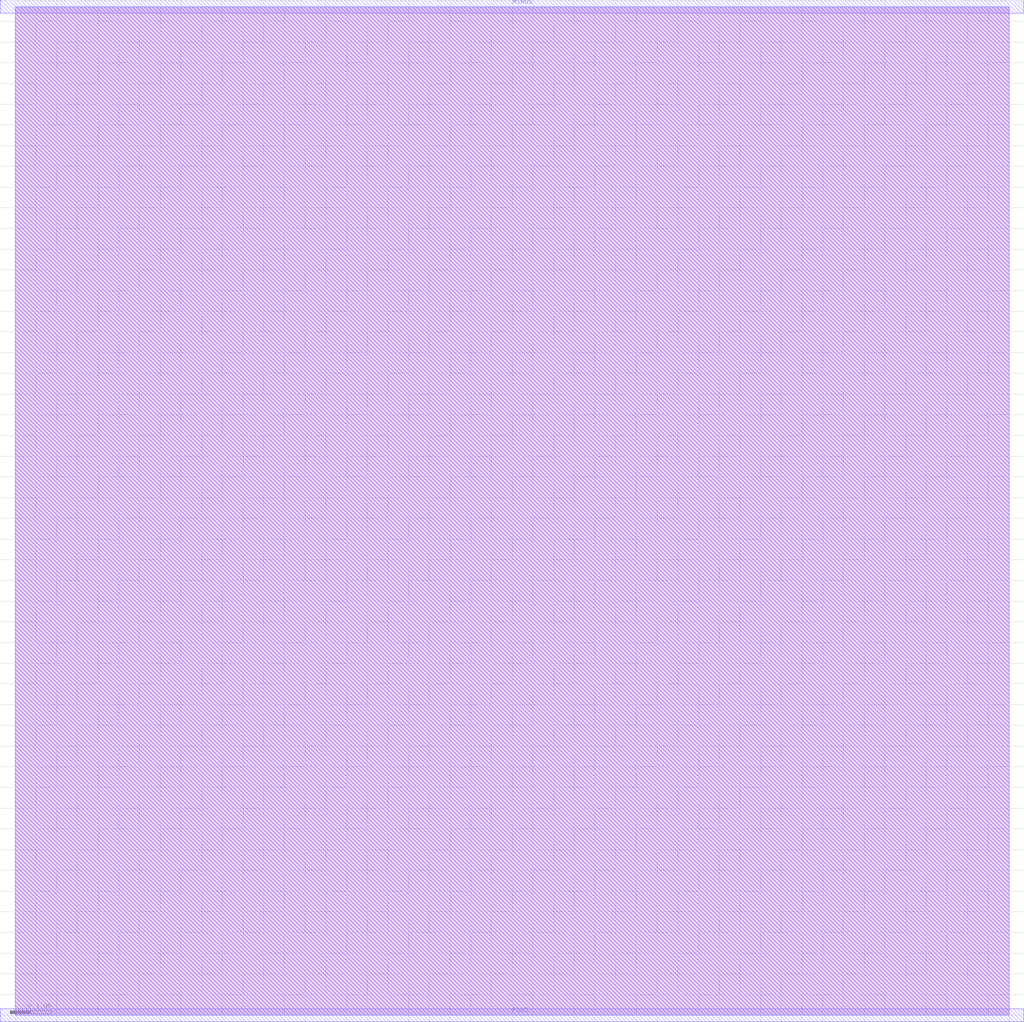
<source format=lef>
MACRO Cap_12f
  ORIGIN 0 0 ;
  FOREIGN Cap_12f 0 0 ;
  SIZE 2.4000 BY 2.4360 ;
  PIN PLUS
    DIRECTION INOUT ;
    USE SIGNAL ;
    PORT
      LAYER M2 ;
        RECT -0.0360 -0.0160 2.4360 0.0160 ;
    END
  END PLUS
  PIN MINUS
    DIRECTION INOUT ;
    USE SIGNAL ;
    PORT
      LAYER M2 ;
        RECT -0.0360 2.4200 2.4360 2.4520 ;
    END
  END MINUS
  OBS
    LAYER M1 ;
      RECT 0.0000 0.0000 2.4000 2.4360 ;
    LAYER M2 ;
      RECT 0.0000 0.0000 2.4000 2.4360 ;
    LAYER M3 ;
      RECT 0.0000 0.0000 2.4000 2.4360 ;
  END
END Cap_12f
MACRO Res_r20000
  ORIGIN 0 0 ;
  FOREIGN Res_r20000 0 0 ;
  SIZE 1.0400 BY 1.7640 ;
  PIN PLUS
    DIRECTION INOUT ;
    USE SIGNAL ;
    PORT
      LAYER M2 ;
        RECT 0.0280 0.0680 0.3560 0.1000 ;
    END
  END PLUS
  PIN MINUS
    DIRECTION INOUT ;
    USE SIGNAL ;
    PORT
      LAYER M2 ;
        RECT 0.6040 0.0680 0.9320 0.1000 ;
    END
  END MINUS
  OBS
    LAYER M1 ;
      RECT 0.3040 0.0480 0.3360 1.7160 ;
    LAYER M1 ;
      RECT 0.3040 1.6640 0.4000 1.6960 ;
    LAYER M1 ;
      RECT 0.3680 0.0480 0.4000 1.7160 ;
    LAYER M1 ;
      RECT 0.3680 0.0680 0.4640 0.1000 ;
    LAYER M1 ;
      RECT 0.4320 0.0480 0.4640 1.7160 ;
    LAYER M1 ;
      RECT 0.4320 1.6640 0.5280 1.6960 ;
    LAYER M1 ;
      RECT 0.4960 0.0480 0.5280 1.7160 ;
    LAYER M1 ;
      RECT 0.4960 0.0680 0.5920 0.1000 ;
    LAYER M1 ;
      RECT 0.5600 0.0480 0.5920 1.7160 ;
    LAYER M1 ;
      RECT 0.5600 1.6640 0.6560 1.6960 ;
    LAYER M1 ;
      RECT 0.6240 0.0480 0.6560 1.7160 ;
    LAYER V1 ;
      RECT 0.3040 0.0680 0.3360 0.1000 ;
    LAYER V1 ;
      RECT 0.6240 0.0680 0.6560 0.1000 ;
  END
END Res_r20000
MACRO Switch_NMOS_nfin48_n12_X2_Y2_ST2
  ORIGIN 0 0 ;
  FOREIGN Switch_NMOS_nfin48_n12_X2_Y2_ST2 0 0 ;
  SIZE 1.1200 BY 3.0240 ;
  PIN S
    DIRECTION INOUT ;
    USE SIGNAL ;
    PORT
      LAYER M3 ;
        RECT 0.3000 0.0480 0.3400 2.7240 ;
    END
  END S
  PIN D
    DIRECTION INOUT ;
    USE SIGNAL ;
    PORT
      LAYER M3 ;
        RECT 0.3800 0.1320 0.4200 1.3800 ;
    END
  END D
  PIN G
    DIRECTION INOUT ;
    USE SIGNAL ;
    PORT
      LAYER M3 ;
        RECT 0.4600 0.8880 0.5000 2.1360 ;
    END
  END G
  OBS
    LAYER M1 ;
      RECT 0.3840 0.0480 0.4160 0.7920 ;
    LAYER M1 ;
      RECT 0.3840 0.8880 0.4160 1.1280 ;
    LAYER M1 ;
      RECT 0.3840 1.2240 0.4160 1.9680 ;
    LAYER M1 ;
      RECT 0.3840 2.0640 0.4160 2.3040 ;
    LAYER M1 ;
      RECT 0.3840 2.5680 0.4160 2.8080 ;
    LAYER M1 ;
      RECT 0.2240 0.0480 0.2560 0.7920 ;
    LAYER M1 ;
      RECT 0.2240 1.2240 0.2560 1.9680 ;
    LAYER M1 ;
      RECT 0.5440 0.0480 0.5760 0.7920 ;
    LAYER M1 ;
      RECT 0.5440 1.2240 0.5760 1.9680 ;
    LAYER M1 ;
      RECT 0.7040 0.0480 0.7360 0.7920 ;
    LAYER M1 ;
      RECT 0.7040 0.8880 0.7360 1.1280 ;
    LAYER M1 ;
      RECT 0.7040 1.2240 0.7360 1.9680 ;
    LAYER M1 ;
      RECT 0.7040 2.0640 0.7360 2.3040 ;
    LAYER M1 ;
      RECT 0.7040 2.5680 0.7360 2.8080 ;
    LAYER M1 ;
      RECT 0.8640 0.0480 0.8960 0.7920 ;
    LAYER M1 ;
      RECT 0.8640 1.2240 0.8960 1.9680 ;
    LAYER M2 ;
      RECT 0.2040 0.0680 0.9160 0.1000 ;
    LAYER M2 ;
      RECT 0.3640 0.1520 0.7560 0.1840 ;
    LAYER M2 ;
      RECT 0.3640 0.9080 0.7560 0.9400 ;
    LAYER M2 ;
      RECT 0.2040 1.2440 0.9160 1.2760 ;
    LAYER M2 ;
      RECT 0.2840 2.6720 0.7560 2.7040 ;
    LAYER M2 ;
      RECT 0.3640 1.3280 0.7560 1.3600 ;
    LAYER M2 ;
      RECT 0.3640 2.0840 0.7560 2.1160 ;
    LAYER V1 ;
      RECT 0.2240 0.0680 0.2560 0.1000 ;
    LAYER V1 ;
      RECT 0.2240 1.2440 0.2560 1.2760 ;
    LAYER V1 ;
      RECT 0.8640 0.0680 0.8960 0.1000 ;
    LAYER V1 ;
      RECT 0.8640 1.2440 0.8960 1.2760 ;
    LAYER V1 ;
      RECT 0.5440 0.0680 0.5760 0.1000 ;
    LAYER V1 ;
      RECT 0.5440 1.2440 0.5760 1.2760 ;
    LAYER V1 ;
      RECT 0.7040 0.1520 0.7360 0.1840 ;
    LAYER V1 ;
      RECT 0.7040 0.9080 0.7360 0.9400 ;
    LAYER V1 ;
      RECT 0.7040 1.3280 0.7360 1.3600 ;
    LAYER V1 ;
      RECT 0.7040 2.0840 0.7360 2.1160 ;
    LAYER V1 ;
      RECT 0.7040 2.6720 0.7360 2.7040 ;
    LAYER V1 ;
      RECT 0.3840 0.1520 0.4160 0.1840 ;
    LAYER V1 ;
      RECT 0.3840 0.9080 0.4160 0.9400 ;
    LAYER V1 ;
      RECT 0.3840 1.3280 0.4160 1.3600 ;
    LAYER V1 ;
      RECT 0.3840 2.0840 0.4160 2.1160 ;
    LAYER V1 ;
      RECT 0.3840 2.6720 0.4160 2.7040 ;
    LAYER V2 ;
      RECT 0.3040 0.0680 0.3360 0.1000 ;
    LAYER V2 ;
      RECT 0.3040 1.2440 0.3360 1.2760 ;
    LAYER V2 ;
      RECT 0.3040 2.6720 0.3360 2.7040 ;
    LAYER V2 ;
      RECT 0.3840 0.1520 0.4160 0.1840 ;
    LAYER V2 ;
      RECT 0.3840 1.3280 0.4160 1.3600 ;
    LAYER V2 ;
      RECT 0.4640 0.9080 0.4960 0.9400 ;
    LAYER V2 ;
      RECT 0.4640 2.0840 0.4960 2.1160 ;
    LAYER V0 ;
      RECT 0.3840 0.4040 0.4160 0.4360 ;
    LAYER V0 ;
      RECT 0.3840 0.5300 0.4160 0.5620 ;
    LAYER V0 ;
      RECT 0.3840 0.6560 0.4160 0.6880 ;
    LAYER V0 ;
      RECT 0.3840 0.9080 0.4160 0.9400 ;
    LAYER V0 ;
      RECT 0.3840 1.5800 0.4160 1.6120 ;
    LAYER V0 ;
      RECT 0.3840 1.7060 0.4160 1.7380 ;
    LAYER V0 ;
      RECT 0.3840 1.8320 0.4160 1.8640 ;
    LAYER V0 ;
      RECT 0.3840 2.0840 0.4160 2.1160 ;
    LAYER V0 ;
      RECT 0.3840 2.6720 0.4160 2.7040 ;
    LAYER V0 ;
      RECT 0.3840 2.6720 0.4160 2.7040 ;
    LAYER V0 ;
      RECT 0.2240 0.4040 0.2560 0.4360 ;
    LAYER V0 ;
      RECT 0.2240 0.5300 0.2560 0.5620 ;
    LAYER V0 ;
      RECT 0.2240 0.6560 0.2560 0.6880 ;
    LAYER V0 ;
      RECT 0.2240 1.5800 0.2560 1.6120 ;
    LAYER V0 ;
      RECT 0.2240 1.7060 0.2560 1.7380 ;
    LAYER V0 ;
      RECT 0.2240 1.8320 0.2560 1.8640 ;
    LAYER V0 ;
      RECT 0.5440 0.4040 0.5760 0.4360 ;
    LAYER V0 ;
      RECT 0.5440 0.4040 0.5760 0.4360 ;
    LAYER V0 ;
      RECT 0.5440 0.5300 0.5760 0.5620 ;
    LAYER V0 ;
      RECT 0.5440 0.5300 0.5760 0.5620 ;
    LAYER V0 ;
      RECT 0.5440 0.6560 0.5760 0.6880 ;
    LAYER V0 ;
      RECT 0.5440 0.6560 0.5760 0.6880 ;
    LAYER V0 ;
      RECT 0.5440 1.5800 0.5760 1.6120 ;
    LAYER V0 ;
      RECT 0.5440 1.5800 0.5760 1.6120 ;
    LAYER V0 ;
      RECT 0.5440 1.7060 0.5760 1.7380 ;
    LAYER V0 ;
      RECT 0.5440 1.7060 0.5760 1.7380 ;
    LAYER V0 ;
      RECT 0.5440 1.8320 0.5760 1.8640 ;
    LAYER V0 ;
      RECT 0.5440 1.8320 0.5760 1.8640 ;
    LAYER V0 ;
      RECT 0.7040 0.4040 0.7360 0.4360 ;
    LAYER V0 ;
      RECT 0.7040 0.5300 0.7360 0.5620 ;
    LAYER V0 ;
      RECT 0.7040 0.6560 0.7360 0.6880 ;
    LAYER V0 ;
      RECT 0.7040 0.9080 0.7360 0.9400 ;
    LAYER V0 ;
      RECT 0.7040 1.5800 0.7360 1.6120 ;
    LAYER V0 ;
      RECT 0.7040 1.7060 0.7360 1.7380 ;
    LAYER V0 ;
      RECT 0.7040 1.8320 0.7360 1.8640 ;
    LAYER V0 ;
      RECT 0.7040 2.0840 0.7360 2.1160 ;
    LAYER V0 ;
      RECT 0.7040 2.6720 0.7360 2.7040 ;
    LAYER V0 ;
      RECT 0.7040 2.6720 0.7360 2.7040 ;
    LAYER V0 ;
      RECT 0.8640 0.4040 0.8960 0.4360 ;
    LAYER V0 ;
      RECT 0.8640 0.5300 0.8960 0.5620 ;
    LAYER V0 ;
      RECT 0.8640 0.6560 0.8960 0.6880 ;
    LAYER V0 ;
      RECT 0.8640 1.5800 0.8960 1.6120 ;
    LAYER V0 ;
      RECT 0.8640 1.7060 0.8960 1.7380 ;
    LAYER V0 ;
      RECT 0.8640 1.8320 0.8960 1.8640 ;
  END
END Switch_NMOS_nfin48_n12_X2_Y2_ST2
MACRO Res_r500
  ORIGIN 0 0 ;
  FOREIGN Res_r500 0 0 ;
  SIZE 1.0400 BY 1.7640 ;
  PIN PLUS
    DIRECTION INOUT ;
    USE SIGNAL ;
    PORT
      LAYER M2 ;
        RECT 0.0280 0.0680 0.3560 0.1000 ;
    END
  END PLUS
  PIN MINUS
    DIRECTION INOUT ;
    USE SIGNAL ;
    PORT
      LAYER M2 ;
        RECT 0.6040 0.0680 0.9320 0.1000 ;
    END
  END MINUS
  OBS
    LAYER M1 ;
      RECT 0.3040 0.0480 0.3360 1.7160 ;
    LAYER M1 ;
      RECT 0.3040 1.6640 0.4000 1.6960 ;
    LAYER M1 ;
      RECT 0.3680 0.0480 0.4000 1.7160 ;
    LAYER M1 ;
      RECT 0.3680 0.0680 0.4640 0.1000 ;
    LAYER M1 ;
      RECT 0.4320 0.0480 0.4640 1.7160 ;
    LAYER M1 ;
      RECT 0.4320 1.6640 0.5280 1.6960 ;
    LAYER M1 ;
      RECT 0.4960 0.0480 0.5280 1.7160 ;
    LAYER M1 ;
      RECT 0.4960 0.0680 0.5920 0.1000 ;
    LAYER M1 ;
      RECT 0.5600 0.0480 0.5920 1.7160 ;
    LAYER M1 ;
      RECT 0.5600 1.6640 0.6560 1.6960 ;
    LAYER M1 ;
      RECT 0.6240 0.0480 0.6560 1.7160 ;
    LAYER V1 ;
      RECT 0.3040 0.0680 0.3360 0.1000 ;
    LAYER V1 ;
      RECT 0.6240 0.0680 0.6560 0.1000 ;
  END
END Res_r500
MACRO Switch_PMOS_nfin48_n12_X2_Y2_ST2
  ORIGIN 0 0 ;
  FOREIGN Switch_PMOS_nfin48_n12_X2_Y2_ST2 0 0 ;
  SIZE 1.1200 BY 3.0240 ;
  PIN S
    DIRECTION INOUT ;
    USE SIGNAL ;
    PORT
      LAYER M3 ;
        RECT 0.3000 0.0480 0.3400 2.7240 ;
    END
  END S
  PIN D
    DIRECTION INOUT ;
    USE SIGNAL ;
    PORT
      LAYER M3 ;
        RECT 0.3800 0.1320 0.4200 1.3800 ;
    END
  END D
  PIN G
    DIRECTION INOUT ;
    USE SIGNAL ;
    PORT
      LAYER M3 ;
        RECT 0.4600 0.8880 0.5000 2.1360 ;
    END
  END G
  OBS
    LAYER M1 ;
      RECT 0.3840 0.0480 0.4160 0.7920 ;
    LAYER M1 ;
      RECT 0.3840 0.8880 0.4160 1.1280 ;
    LAYER M1 ;
      RECT 0.3840 1.2240 0.4160 1.9680 ;
    LAYER M1 ;
      RECT 0.3840 2.0640 0.4160 2.3040 ;
    LAYER M1 ;
      RECT 0.3840 2.5680 0.4160 2.8080 ;
    LAYER M1 ;
      RECT 0.2240 0.0480 0.2560 0.7920 ;
    LAYER M1 ;
      RECT 0.2240 1.2240 0.2560 1.9680 ;
    LAYER M1 ;
      RECT 0.5440 0.0480 0.5760 0.7920 ;
    LAYER M1 ;
      RECT 0.5440 1.2240 0.5760 1.9680 ;
    LAYER M1 ;
      RECT 0.7040 0.0480 0.7360 0.7920 ;
    LAYER M1 ;
      RECT 0.7040 0.8880 0.7360 1.1280 ;
    LAYER M1 ;
      RECT 0.7040 1.2240 0.7360 1.9680 ;
    LAYER M1 ;
      RECT 0.7040 2.0640 0.7360 2.3040 ;
    LAYER M1 ;
      RECT 0.7040 2.5680 0.7360 2.8080 ;
    LAYER M1 ;
      RECT 0.8640 0.0480 0.8960 0.7920 ;
    LAYER M1 ;
      RECT 0.8640 1.2240 0.8960 1.9680 ;
    LAYER M2 ;
      RECT 0.2040 0.0680 0.9160 0.1000 ;
    LAYER M2 ;
      RECT 0.3640 0.1520 0.7560 0.1840 ;
    LAYER M2 ;
      RECT 0.3640 0.9080 0.7560 0.9400 ;
    LAYER M2 ;
      RECT 0.2040 1.2440 0.9160 1.2760 ;
    LAYER M2 ;
      RECT 0.2840 2.6720 0.7560 2.7040 ;
    LAYER M2 ;
      RECT 0.3640 1.3280 0.7560 1.3600 ;
    LAYER M2 ;
      RECT 0.3640 2.0840 0.7560 2.1160 ;
    LAYER V1 ;
      RECT 0.2240 0.0680 0.2560 0.1000 ;
    LAYER V1 ;
      RECT 0.2240 1.2440 0.2560 1.2760 ;
    LAYER V1 ;
      RECT 0.8640 0.0680 0.8960 0.1000 ;
    LAYER V1 ;
      RECT 0.8640 1.2440 0.8960 1.2760 ;
    LAYER V1 ;
      RECT 0.5440 0.0680 0.5760 0.1000 ;
    LAYER V1 ;
      RECT 0.5440 1.2440 0.5760 1.2760 ;
    LAYER V1 ;
      RECT 0.7040 0.1520 0.7360 0.1840 ;
    LAYER V1 ;
      RECT 0.7040 0.9080 0.7360 0.9400 ;
    LAYER V1 ;
      RECT 0.7040 1.3280 0.7360 1.3600 ;
    LAYER V1 ;
      RECT 0.7040 2.0840 0.7360 2.1160 ;
    LAYER V1 ;
      RECT 0.7040 2.6720 0.7360 2.7040 ;
    LAYER V1 ;
      RECT 0.3840 0.1520 0.4160 0.1840 ;
    LAYER V1 ;
      RECT 0.3840 0.9080 0.4160 0.9400 ;
    LAYER V1 ;
      RECT 0.3840 1.3280 0.4160 1.3600 ;
    LAYER V1 ;
      RECT 0.3840 2.0840 0.4160 2.1160 ;
    LAYER V1 ;
      RECT 0.3840 2.6720 0.4160 2.7040 ;
    LAYER V2 ;
      RECT 0.3040 0.0680 0.3360 0.1000 ;
    LAYER V2 ;
      RECT 0.3040 1.2440 0.3360 1.2760 ;
    LAYER V2 ;
      RECT 0.3040 2.6720 0.3360 2.7040 ;
    LAYER V2 ;
      RECT 0.3840 0.1520 0.4160 0.1840 ;
    LAYER V2 ;
      RECT 0.3840 1.3280 0.4160 1.3600 ;
    LAYER V2 ;
      RECT 0.4640 0.9080 0.4960 0.9400 ;
    LAYER V2 ;
      RECT 0.4640 2.0840 0.4960 2.1160 ;
    LAYER V0 ;
      RECT 0.3840 0.4040 0.4160 0.4360 ;
    LAYER V0 ;
      RECT 0.3840 0.5300 0.4160 0.5620 ;
    LAYER V0 ;
      RECT 0.3840 0.6560 0.4160 0.6880 ;
    LAYER V0 ;
      RECT 0.3840 0.9080 0.4160 0.9400 ;
    LAYER V0 ;
      RECT 0.3840 1.5800 0.4160 1.6120 ;
    LAYER V0 ;
      RECT 0.3840 1.7060 0.4160 1.7380 ;
    LAYER V0 ;
      RECT 0.3840 1.8320 0.4160 1.8640 ;
    LAYER V0 ;
      RECT 0.3840 2.0840 0.4160 2.1160 ;
    LAYER V0 ;
      RECT 0.3840 2.6720 0.4160 2.7040 ;
    LAYER V0 ;
      RECT 0.3840 2.6720 0.4160 2.7040 ;
    LAYER V0 ;
      RECT 0.2240 0.4040 0.2560 0.4360 ;
    LAYER V0 ;
      RECT 0.2240 0.5300 0.2560 0.5620 ;
    LAYER V0 ;
      RECT 0.2240 0.6560 0.2560 0.6880 ;
    LAYER V0 ;
      RECT 0.2240 1.5800 0.2560 1.6120 ;
    LAYER V0 ;
      RECT 0.2240 1.7060 0.2560 1.7380 ;
    LAYER V0 ;
      RECT 0.2240 1.8320 0.2560 1.8640 ;
    LAYER V0 ;
      RECT 0.5440 0.4040 0.5760 0.4360 ;
    LAYER V0 ;
      RECT 0.5440 0.4040 0.5760 0.4360 ;
    LAYER V0 ;
      RECT 0.5440 0.5300 0.5760 0.5620 ;
    LAYER V0 ;
      RECT 0.5440 0.5300 0.5760 0.5620 ;
    LAYER V0 ;
      RECT 0.5440 0.6560 0.5760 0.6880 ;
    LAYER V0 ;
      RECT 0.5440 0.6560 0.5760 0.6880 ;
    LAYER V0 ;
      RECT 0.5440 1.5800 0.5760 1.6120 ;
    LAYER V0 ;
      RECT 0.5440 1.5800 0.5760 1.6120 ;
    LAYER V0 ;
      RECT 0.5440 1.7060 0.5760 1.7380 ;
    LAYER V0 ;
      RECT 0.5440 1.7060 0.5760 1.7380 ;
    LAYER V0 ;
      RECT 0.5440 1.8320 0.5760 1.8640 ;
    LAYER V0 ;
      RECT 0.5440 1.8320 0.5760 1.8640 ;
    LAYER V0 ;
      RECT 0.7040 0.4040 0.7360 0.4360 ;
    LAYER V0 ;
      RECT 0.7040 0.5300 0.7360 0.5620 ;
    LAYER V0 ;
      RECT 0.7040 0.6560 0.7360 0.6880 ;
    LAYER V0 ;
      RECT 0.7040 0.9080 0.7360 0.9400 ;
    LAYER V0 ;
      RECT 0.7040 1.5800 0.7360 1.6120 ;
    LAYER V0 ;
      RECT 0.7040 1.7060 0.7360 1.7380 ;
    LAYER V0 ;
      RECT 0.7040 1.8320 0.7360 1.8640 ;
    LAYER V0 ;
      RECT 0.7040 2.0840 0.7360 2.1160 ;
    LAYER V0 ;
      RECT 0.7040 2.6720 0.7360 2.7040 ;
    LAYER V0 ;
      RECT 0.7040 2.6720 0.7360 2.7040 ;
    LAYER V0 ;
      RECT 0.8640 0.4040 0.8960 0.4360 ;
    LAYER V0 ;
      RECT 0.8640 0.5300 0.8960 0.5620 ;
    LAYER V0 ;
      RECT 0.8640 0.6560 0.8960 0.6880 ;
    LAYER V0 ;
      RECT 0.8640 1.5800 0.8960 1.6120 ;
    LAYER V0 ;
      RECT 0.8640 1.7060 0.8960 1.7380 ;
    LAYER V0 ;
      RECT 0.8640 1.8320 0.8960 1.8640 ;
  END
END Switch_PMOS_nfin48_n12_X2_Y2_ST2

</source>
